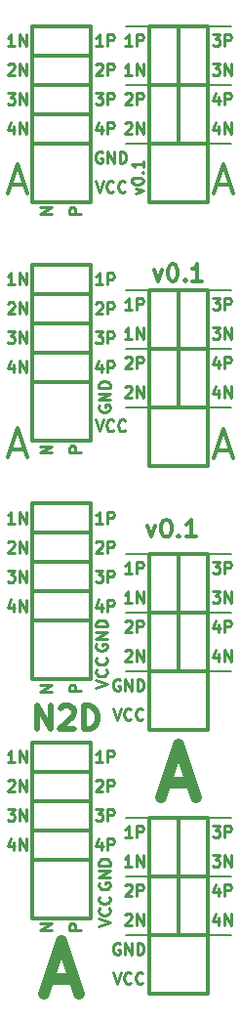
<source format=gto>
G04 #@! TF.FileFunction,Legend,Top*
%FSLAX46Y46*%
G04 Gerber Fmt 4.6, Leading zero omitted, Abs format (unit mm)*
G04 Created by KiCad (PCBNEW 4.0.4+e1-6308~48~ubuntu14.04.1-stable) date Sun Nov 27 15:18:37 2016*
%MOMM*%
%LPD*%
G01*
G04 APERTURE LIST*
%ADD10C,0.350000*%
%ADD11C,0.254000*%
%ADD12C,0.508000*%
%ADD13C,0.300000*%
%ADD14C,1.016000*%
%ADD15C,0.203200*%
%ADD16C,0.304800*%
%ADD17C,0.250000*%
G04 APERTURE END LIST*
D10*
D11*
X47077086Y-37392428D02*
X47754419Y-37150523D01*
X47077086Y-36908619D01*
X46738419Y-36328047D02*
X46738419Y-36231286D01*
X46786800Y-36134524D01*
X46835181Y-36086143D01*
X46931943Y-36037762D01*
X47125467Y-35989381D01*
X47367371Y-35989381D01*
X47560895Y-36037762D01*
X47657657Y-36086143D01*
X47706038Y-36134524D01*
X47754419Y-36231286D01*
X47754419Y-36328047D01*
X47706038Y-36424809D01*
X47657657Y-36473190D01*
X47560895Y-36521571D01*
X47367371Y-36569952D01*
X47125467Y-36569952D01*
X46931943Y-36521571D01*
X46835181Y-36473190D01*
X46786800Y-36424809D01*
X46738419Y-36328047D01*
X47657657Y-35553952D02*
X47706038Y-35505571D01*
X47754419Y-35553952D01*
X47706038Y-35602333D01*
X47657657Y-35553952D01*
X47754419Y-35553952D01*
X47754419Y-34537952D02*
X47754419Y-35118523D01*
X47754419Y-34828237D02*
X46738419Y-34828237D01*
X46883562Y-34924999D01*
X46980324Y-35021761D01*
X47028705Y-35118523D01*
D12*
X38558410Y-83799438D02*
X38558410Y-81767438D01*
X39719552Y-83799438D01*
X39719552Y-81767438D01*
X40590410Y-81960962D02*
X40687172Y-81864200D01*
X40880695Y-81767438D01*
X41364505Y-81767438D01*
X41558029Y-81864200D01*
X41654791Y-81960962D01*
X41751552Y-82154486D01*
X41751552Y-82348010D01*
X41654791Y-82638295D01*
X40493648Y-83799438D01*
X41751552Y-83799438D01*
X42622410Y-83799438D02*
X42622410Y-81767438D01*
X43106219Y-81767438D01*
X43396505Y-81864200D01*
X43590029Y-82057724D01*
X43686790Y-82251248D01*
X43783552Y-82638295D01*
X43783552Y-82928581D01*
X43686790Y-83315629D01*
X43590029Y-83509152D01*
X43396505Y-83702676D01*
X43106219Y-83799438D01*
X42622410Y-83799438D01*
D13*
X48682544Y-44001571D02*
X49039687Y-45001571D01*
X49396829Y-44001571D01*
X50253972Y-43501571D02*
X50396829Y-43501571D01*
X50539686Y-43573000D01*
X50611115Y-43644429D01*
X50682544Y-43787286D01*
X50753972Y-44073000D01*
X50753972Y-44430143D01*
X50682544Y-44715857D01*
X50611115Y-44858714D01*
X50539686Y-44930143D01*
X50396829Y-45001571D01*
X50253972Y-45001571D01*
X50111115Y-44930143D01*
X50039686Y-44858714D01*
X49968258Y-44715857D01*
X49896829Y-44430143D01*
X49896829Y-44073000D01*
X49968258Y-43787286D01*
X50039686Y-43644429D01*
X50111115Y-43573000D01*
X50253972Y-43501571D01*
X51396829Y-44858714D02*
X51468257Y-44930143D01*
X51396829Y-45001571D01*
X51325400Y-44930143D01*
X51396829Y-44858714D01*
X51396829Y-45001571D01*
X52896829Y-45001571D02*
X52039686Y-45001571D01*
X52468258Y-45001571D02*
X52468258Y-43501571D01*
X52325401Y-43715857D01*
X52182543Y-43858714D01*
X52039686Y-43930143D01*
X48123744Y-66124971D02*
X48480887Y-67124971D01*
X48838029Y-66124971D01*
X49695172Y-65624971D02*
X49838029Y-65624971D01*
X49980886Y-65696400D01*
X50052315Y-65767829D01*
X50123744Y-65910686D01*
X50195172Y-66196400D01*
X50195172Y-66553543D01*
X50123744Y-66839257D01*
X50052315Y-66982114D01*
X49980886Y-67053543D01*
X49838029Y-67124971D01*
X49695172Y-67124971D01*
X49552315Y-67053543D01*
X49480886Y-66982114D01*
X49409458Y-66839257D01*
X49338029Y-66553543D01*
X49338029Y-66196400D01*
X49409458Y-65910686D01*
X49480886Y-65767829D01*
X49552315Y-65696400D01*
X49695172Y-65624971D01*
X50838029Y-66982114D02*
X50909457Y-67053543D01*
X50838029Y-67124971D01*
X50766600Y-67053543D01*
X50838029Y-66982114D01*
X50838029Y-67124971D01*
X52338029Y-67124971D02*
X51480886Y-67124971D01*
X51909458Y-67124971D02*
X51909458Y-65624971D01*
X51766601Y-65839257D01*
X51623743Y-65982114D01*
X51480886Y-66053543D01*
D14*
X41728571Y-105410000D02*
X39551428Y-105410000D01*
X42163999Y-106716286D02*
X40639999Y-102144286D01*
X39115999Y-106716286D01*
X51939371Y-88392000D02*
X49762228Y-88392000D01*
X52374799Y-89698286D02*
X50850799Y-85126286D01*
X49326799Y-89698286D01*
D13*
X55341761Y-59605333D02*
X54132238Y-59605333D01*
X55583666Y-60331048D02*
X54737000Y-57791048D01*
X53890333Y-60331048D01*
X37485561Y-59529133D02*
X36276038Y-59529133D01*
X37727466Y-60254848D02*
X36880800Y-57714848D01*
X36034133Y-60254848D01*
X37434761Y-36618333D02*
X36225238Y-36618333D01*
X37676666Y-37344048D02*
X36830000Y-34804048D01*
X35983333Y-37344048D01*
X55341761Y-36618333D02*
X54132238Y-36618333D01*
X55583666Y-37344048D02*
X54737000Y-34804048D01*
X53890333Y-37344048D01*
D15*
X48260000Y-27940000D02*
X46228000Y-27940000D01*
D16*
X50800000Y-27940000D02*
X50800000Y-33020000D01*
X50800000Y-27940000D02*
X50800000Y-22860000D01*
X48260000Y-27940000D02*
X53340000Y-27940000D01*
X48260000Y-33020000D02*
X53340000Y-33020000D01*
X48260000Y-22860000D02*
X53340000Y-22860000D01*
X48260000Y-38100000D02*
X48260000Y-22860000D01*
X53340000Y-38100000D02*
X48260000Y-38100000D01*
X53340000Y-22860000D02*
X53340000Y-38100000D01*
D15*
X55372000Y-27940000D02*
X53340000Y-27940000D01*
X55372000Y-33020000D02*
X53340000Y-33020000D01*
X48260000Y-33020000D02*
X46228000Y-33020000D01*
X48260000Y-22860000D02*
X46228000Y-22860000D01*
X55372000Y-22860000D02*
X53340000Y-22860000D01*
X48260000Y-96520000D02*
X46228000Y-96520000D01*
D16*
X50800000Y-96520000D02*
X50800000Y-101600000D01*
X50800000Y-96520000D02*
X50800000Y-91440000D01*
X48260000Y-96520000D02*
X53340000Y-96520000D01*
X48260000Y-101600000D02*
X53340000Y-101600000D01*
X48260000Y-91440000D02*
X53340000Y-91440000D01*
X48260000Y-106680000D02*
X48260000Y-91440000D01*
X53340000Y-106680000D02*
X48260000Y-106680000D01*
X53340000Y-91440000D02*
X53340000Y-106680000D01*
D15*
X55372000Y-96520000D02*
X53340000Y-96520000D01*
X55372000Y-101600000D02*
X53340000Y-101600000D01*
X48260000Y-101600000D02*
X46228000Y-101600000D01*
X48260000Y-91440000D02*
X46228000Y-91440000D01*
X55372000Y-91440000D02*
X53340000Y-91440000D01*
X48260000Y-50800000D02*
X46228000Y-50800000D01*
D16*
X50800000Y-50800000D02*
X50800000Y-55880000D01*
X50800000Y-50800000D02*
X50800000Y-45720000D01*
X48260000Y-50800000D02*
X53340000Y-50800000D01*
X48260000Y-55880000D02*
X53340000Y-55880000D01*
X48260000Y-45720000D02*
X53340000Y-45720000D01*
X48260000Y-60960000D02*
X48260000Y-45720000D01*
X53340000Y-60960000D02*
X48260000Y-60960000D01*
X53340000Y-45720000D02*
X53340000Y-60960000D01*
D15*
X55372000Y-50800000D02*
X53340000Y-50800000D01*
X55372000Y-55880000D02*
X53340000Y-55880000D01*
X48260000Y-55880000D02*
X46228000Y-55880000D01*
X48260000Y-45720000D02*
X46228000Y-45720000D01*
X55372000Y-45720000D02*
X53340000Y-45720000D01*
X48260000Y-73660000D02*
X46228000Y-73660000D01*
D16*
X50800000Y-73660000D02*
X50800000Y-78740000D01*
X50800000Y-73660000D02*
X50800000Y-68580000D01*
X48260000Y-73660000D02*
X53340000Y-73660000D01*
X48260000Y-78740000D02*
X53340000Y-78740000D01*
X48260000Y-68580000D02*
X53340000Y-68580000D01*
X48260000Y-83820000D02*
X48260000Y-68580000D01*
X53340000Y-83820000D02*
X48260000Y-83820000D01*
X53340000Y-68580000D02*
X53340000Y-83820000D01*
D15*
X55372000Y-73660000D02*
X53340000Y-73660000D01*
X55372000Y-78740000D02*
X53340000Y-78740000D01*
X48260000Y-78740000D02*
X46228000Y-78740000D01*
X48260000Y-68580000D02*
X46228000Y-68580000D01*
X55372000Y-68580000D02*
X53340000Y-68580000D01*
D16*
X43180000Y-30480000D02*
X38100000Y-30480000D01*
X38100000Y-27940000D02*
X43180000Y-27940000D01*
X43180000Y-25400000D02*
X38100000Y-25400000D01*
X43180000Y-33020000D02*
X38100000Y-33020000D01*
X38100000Y-22860000D02*
X38100000Y-38100000D01*
X38100000Y-38100000D02*
X43180000Y-38100000D01*
X43180000Y-38100000D02*
X43180000Y-22860000D01*
X43180000Y-22860000D02*
X38100000Y-22860000D01*
X43180000Y-51168300D02*
X38100000Y-51168300D01*
X38100000Y-48628300D02*
X43180000Y-48628300D01*
X43180000Y-46088300D02*
X38100000Y-46088300D01*
X43180000Y-53708300D02*
X38100000Y-53708300D01*
X38100000Y-43548300D02*
X38100000Y-58788300D01*
X38100000Y-58788300D02*
X43180000Y-58788300D01*
X43180000Y-58788300D02*
X43180000Y-43548300D01*
X43180000Y-43548300D02*
X38100000Y-43548300D01*
X43180000Y-71856600D02*
X38100000Y-71856600D01*
X38100000Y-69316600D02*
X43180000Y-69316600D01*
X43180000Y-66776600D02*
X38100000Y-66776600D01*
X43180000Y-74396600D02*
X38100000Y-74396600D01*
X38100000Y-64236600D02*
X38100000Y-79476600D01*
X38100000Y-79476600D02*
X43180000Y-79476600D01*
X43180000Y-79476600D02*
X43180000Y-64236600D01*
X43180000Y-64236600D02*
X38100000Y-64236600D01*
X43180000Y-92544900D02*
X38100000Y-92544900D01*
X38100000Y-90004900D02*
X43180000Y-90004900D01*
X43180000Y-87464900D02*
X38100000Y-87464900D01*
X43180000Y-95084900D02*
X38100000Y-95084900D01*
X38100000Y-84924900D02*
X38100000Y-100164900D01*
X38100000Y-100164900D02*
X43180000Y-100164900D01*
X43180000Y-100164900D02*
X43180000Y-84924900D01*
X43180000Y-84924900D02*
X38100000Y-84924900D01*
D17*
X46180476Y-31297619D02*
X46228095Y-31250000D01*
X46323333Y-31202381D01*
X46561429Y-31202381D01*
X46656667Y-31250000D01*
X46704286Y-31297619D01*
X46751905Y-31392857D01*
X46751905Y-31488095D01*
X46704286Y-31630952D01*
X46132857Y-32202381D01*
X46751905Y-32202381D01*
X47180476Y-32202381D02*
X47180476Y-31202381D01*
X47751905Y-32202381D01*
X47751905Y-31202381D01*
X46204286Y-28757619D02*
X46251905Y-28710000D01*
X46347143Y-28662381D01*
X46585239Y-28662381D01*
X46680477Y-28710000D01*
X46728096Y-28757619D01*
X46775715Y-28852857D01*
X46775715Y-28948095D01*
X46728096Y-29090952D01*
X46156667Y-29662381D01*
X46775715Y-29662381D01*
X47204286Y-29662381D02*
X47204286Y-28662381D01*
X47585239Y-28662381D01*
X47680477Y-28710000D01*
X47728096Y-28757619D01*
X47775715Y-28852857D01*
X47775715Y-28995714D01*
X47728096Y-29090952D01*
X47680477Y-29138571D01*
X47585239Y-29186190D01*
X47204286Y-29186190D01*
X46751905Y-27122381D02*
X46180476Y-27122381D01*
X46466190Y-27122381D02*
X46466190Y-26122381D01*
X46370952Y-26265238D01*
X46275714Y-26360476D01*
X46180476Y-26408095D01*
X47180476Y-27122381D02*
X47180476Y-26122381D01*
X47751905Y-27122381D01*
X47751905Y-26122381D01*
X46775715Y-24582381D02*
X46204286Y-24582381D01*
X46490000Y-24582381D02*
X46490000Y-23582381D01*
X46394762Y-23725238D01*
X46299524Y-23820476D01*
X46204286Y-23868095D01*
X47204286Y-24582381D02*
X47204286Y-23582381D01*
X47585239Y-23582381D01*
X47680477Y-23630000D01*
X47728096Y-23677619D01*
X47775715Y-23772857D01*
X47775715Y-23915714D01*
X47728096Y-24010952D01*
X47680477Y-24058571D01*
X47585239Y-24106190D01*
X47204286Y-24106190D01*
X54276667Y-31535714D02*
X54276667Y-32202381D01*
X54038571Y-31154762D02*
X53800476Y-31869048D01*
X54419524Y-31869048D01*
X54800476Y-32202381D02*
X54800476Y-31202381D01*
X55371905Y-32202381D01*
X55371905Y-31202381D01*
X54300477Y-28995714D02*
X54300477Y-29662381D01*
X54062381Y-28614762D02*
X53824286Y-29329048D01*
X54443334Y-29329048D01*
X54824286Y-29662381D02*
X54824286Y-28662381D01*
X55205239Y-28662381D01*
X55300477Y-28710000D01*
X55348096Y-28757619D01*
X55395715Y-28852857D01*
X55395715Y-28995714D01*
X55348096Y-29090952D01*
X55300477Y-29138571D01*
X55205239Y-29186190D01*
X54824286Y-29186190D01*
X53752857Y-26122381D02*
X54371905Y-26122381D01*
X54038571Y-26503333D01*
X54181429Y-26503333D01*
X54276667Y-26550952D01*
X54324286Y-26598571D01*
X54371905Y-26693810D01*
X54371905Y-26931905D01*
X54324286Y-27027143D01*
X54276667Y-27074762D01*
X54181429Y-27122381D01*
X53895714Y-27122381D01*
X53800476Y-27074762D01*
X53752857Y-27027143D01*
X54800476Y-27122381D02*
X54800476Y-26122381D01*
X55371905Y-27122381D01*
X55371905Y-26122381D01*
X53776667Y-23582381D02*
X54395715Y-23582381D01*
X54062381Y-23963333D01*
X54205239Y-23963333D01*
X54300477Y-24010952D01*
X54348096Y-24058571D01*
X54395715Y-24153810D01*
X54395715Y-24391905D01*
X54348096Y-24487143D01*
X54300477Y-24534762D01*
X54205239Y-24582381D01*
X53919524Y-24582381D01*
X53824286Y-24534762D01*
X53776667Y-24487143D01*
X54824286Y-24582381D02*
X54824286Y-23582381D01*
X55205239Y-23582381D01*
X55300477Y-23630000D01*
X55348096Y-23677619D01*
X55395715Y-23772857D01*
X55395715Y-23915714D01*
X55348096Y-24010952D01*
X55300477Y-24058571D01*
X55205239Y-24106190D01*
X54824286Y-24106190D01*
X46180476Y-99877619D02*
X46228095Y-99830000D01*
X46323333Y-99782381D01*
X46561429Y-99782381D01*
X46656667Y-99830000D01*
X46704286Y-99877619D01*
X46751905Y-99972857D01*
X46751905Y-100068095D01*
X46704286Y-100210952D01*
X46132857Y-100782381D01*
X46751905Y-100782381D01*
X47180476Y-100782381D02*
X47180476Y-99782381D01*
X47751905Y-100782381D01*
X47751905Y-99782381D01*
X46204286Y-97337619D02*
X46251905Y-97290000D01*
X46347143Y-97242381D01*
X46585239Y-97242381D01*
X46680477Y-97290000D01*
X46728096Y-97337619D01*
X46775715Y-97432857D01*
X46775715Y-97528095D01*
X46728096Y-97670952D01*
X46156667Y-98242381D01*
X46775715Y-98242381D01*
X47204286Y-98242381D02*
X47204286Y-97242381D01*
X47585239Y-97242381D01*
X47680477Y-97290000D01*
X47728096Y-97337619D01*
X47775715Y-97432857D01*
X47775715Y-97575714D01*
X47728096Y-97670952D01*
X47680477Y-97718571D01*
X47585239Y-97766190D01*
X47204286Y-97766190D01*
X46751905Y-95702381D02*
X46180476Y-95702381D01*
X46466190Y-95702381D02*
X46466190Y-94702381D01*
X46370952Y-94845238D01*
X46275714Y-94940476D01*
X46180476Y-94988095D01*
X47180476Y-95702381D02*
X47180476Y-94702381D01*
X47751905Y-95702381D01*
X47751905Y-94702381D01*
X46775715Y-93162381D02*
X46204286Y-93162381D01*
X46490000Y-93162381D02*
X46490000Y-92162381D01*
X46394762Y-92305238D01*
X46299524Y-92400476D01*
X46204286Y-92448095D01*
X47204286Y-93162381D02*
X47204286Y-92162381D01*
X47585239Y-92162381D01*
X47680477Y-92210000D01*
X47728096Y-92257619D01*
X47775715Y-92352857D01*
X47775715Y-92495714D01*
X47728096Y-92590952D01*
X47680477Y-92638571D01*
X47585239Y-92686190D01*
X47204286Y-92686190D01*
X54276667Y-100115714D02*
X54276667Y-100782381D01*
X54038571Y-99734762D02*
X53800476Y-100449048D01*
X54419524Y-100449048D01*
X54800476Y-100782381D02*
X54800476Y-99782381D01*
X55371905Y-100782381D01*
X55371905Y-99782381D01*
X54300477Y-97575714D02*
X54300477Y-98242381D01*
X54062381Y-97194762D02*
X53824286Y-97909048D01*
X54443334Y-97909048D01*
X54824286Y-98242381D02*
X54824286Y-97242381D01*
X55205239Y-97242381D01*
X55300477Y-97290000D01*
X55348096Y-97337619D01*
X55395715Y-97432857D01*
X55395715Y-97575714D01*
X55348096Y-97670952D01*
X55300477Y-97718571D01*
X55205239Y-97766190D01*
X54824286Y-97766190D01*
X53752857Y-94702381D02*
X54371905Y-94702381D01*
X54038571Y-95083333D01*
X54181429Y-95083333D01*
X54276667Y-95130952D01*
X54324286Y-95178571D01*
X54371905Y-95273810D01*
X54371905Y-95511905D01*
X54324286Y-95607143D01*
X54276667Y-95654762D01*
X54181429Y-95702381D01*
X53895714Y-95702381D01*
X53800476Y-95654762D01*
X53752857Y-95607143D01*
X54800476Y-95702381D02*
X54800476Y-94702381D01*
X55371905Y-95702381D01*
X55371905Y-94702381D01*
X53776667Y-92162381D02*
X54395715Y-92162381D01*
X54062381Y-92543333D01*
X54205239Y-92543333D01*
X54300477Y-92590952D01*
X54348096Y-92638571D01*
X54395715Y-92733810D01*
X54395715Y-92971905D01*
X54348096Y-93067143D01*
X54300477Y-93114762D01*
X54205239Y-93162381D01*
X53919524Y-93162381D01*
X53824286Y-93114762D01*
X53776667Y-93067143D01*
X54824286Y-93162381D02*
X54824286Y-92162381D01*
X55205239Y-92162381D01*
X55300477Y-92210000D01*
X55348096Y-92257619D01*
X55395715Y-92352857D01*
X55395715Y-92495714D01*
X55348096Y-92590952D01*
X55300477Y-92638571D01*
X55205239Y-92686190D01*
X54824286Y-92686190D01*
X45720096Y-102370000D02*
X45624858Y-102322381D01*
X45482001Y-102322381D01*
X45339143Y-102370000D01*
X45243905Y-102465238D01*
X45196286Y-102560476D01*
X45148667Y-102750952D01*
X45148667Y-102893810D01*
X45196286Y-103084286D01*
X45243905Y-103179524D01*
X45339143Y-103274762D01*
X45482001Y-103322381D01*
X45577239Y-103322381D01*
X45720096Y-103274762D01*
X45767715Y-103227143D01*
X45767715Y-102893810D01*
X45577239Y-102893810D01*
X46196286Y-103322381D02*
X46196286Y-102322381D01*
X46767715Y-103322381D01*
X46767715Y-102322381D01*
X47243905Y-103322381D02*
X47243905Y-102322381D01*
X47482000Y-102322381D01*
X47624858Y-102370000D01*
X47720096Y-102465238D01*
X47767715Y-102560476D01*
X47815334Y-102750952D01*
X47815334Y-102893810D01*
X47767715Y-103084286D01*
X47720096Y-103179524D01*
X47624858Y-103274762D01*
X47482000Y-103322381D01*
X47243905Y-103322381D01*
X45148667Y-104862381D02*
X45482000Y-105862381D01*
X45815334Y-104862381D01*
X46720096Y-105767143D02*
X46672477Y-105814762D01*
X46529620Y-105862381D01*
X46434382Y-105862381D01*
X46291524Y-105814762D01*
X46196286Y-105719524D01*
X46148667Y-105624286D01*
X46101048Y-105433810D01*
X46101048Y-105290952D01*
X46148667Y-105100476D01*
X46196286Y-105005238D01*
X46291524Y-104910000D01*
X46434382Y-104862381D01*
X46529620Y-104862381D01*
X46672477Y-104910000D01*
X46720096Y-104957619D01*
X47720096Y-105767143D02*
X47672477Y-105814762D01*
X47529620Y-105862381D01*
X47434382Y-105862381D01*
X47291524Y-105814762D01*
X47196286Y-105719524D01*
X47148667Y-105624286D01*
X47101048Y-105433810D01*
X47101048Y-105290952D01*
X47148667Y-105100476D01*
X47196286Y-105005238D01*
X47291524Y-104910000D01*
X47434382Y-104862381D01*
X47529620Y-104862381D01*
X47672477Y-104910000D01*
X47720096Y-104957619D01*
X46180476Y-54157619D02*
X46228095Y-54110000D01*
X46323333Y-54062381D01*
X46561429Y-54062381D01*
X46656667Y-54110000D01*
X46704286Y-54157619D01*
X46751905Y-54252857D01*
X46751905Y-54348095D01*
X46704286Y-54490952D01*
X46132857Y-55062381D01*
X46751905Y-55062381D01*
X47180476Y-55062381D02*
X47180476Y-54062381D01*
X47751905Y-55062381D01*
X47751905Y-54062381D01*
X46204286Y-51617619D02*
X46251905Y-51570000D01*
X46347143Y-51522381D01*
X46585239Y-51522381D01*
X46680477Y-51570000D01*
X46728096Y-51617619D01*
X46775715Y-51712857D01*
X46775715Y-51808095D01*
X46728096Y-51950952D01*
X46156667Y-52522381D01*
X46775715Y-52522381D01*
X47204286Y-52522381D02*
X47204286Y-51522381D01*
X47585239Y-51522381D01*
X47680477Y-51570000D01*
X47728096Y-51617619D01*
X47775715Y-51712857D01*
X47775715Y-51855714D01*
X47728096Y-51950952D01*
X47680477Y-51998571D01*
X47585239Y-52046190D01*
X47204286Y-52046190D01*
X46751905Y-49982381D02*
X46180476Y-49982381D01*
X46466190Y-49982381D02*
X46466190Y-48982381D01*
X46370952Y-49125238D01*
X46275714Y-49220476D01*
X46180476Y-49268095D01*
X47180476Y-49982381D02*
X47180476Y-48982381D01*
X47751905Y-49982381D01*
X47751905Y-48982381D01*
X46775715Y-47442381D02*
X46204286Y-47442381D01*
X46490000Y-47442381D02*
X46490000Y-46442381D01*
X46394762Y-46585238D01*
X46299524Y-46680476D01*
X46204286Y-46728095D01*
X47204286Y-47442381D02*
X47204286Y-46442381D01*
X47585239Y-46442381D01*
X47680477Y-46490000D01*
X47728096Y-46537619D01*
X47775715Y-46632857D01*
X47775715Y-46775714D01*
X47728096Y-46870952D01*
X47680477Y-46918571D01*
X47585239Y-46966190D01*
X47204286Y-46966190D01*
X54276667Y-54395714D02*
X54276667Y-55062381D01*
X54038571Y-54014762D02*
X53800476Y-54729048D01*
X54419524Y-54729048D01*
X54800476Y-55062381D02*
X54800476Y-54062381D01*
X55371905Y-55062381D01*
X55371905Y-54062381D01*
X54300477Y-51855714D02*
X54300477Y-52522381D01*
X54062381Y-51474762D02*
X53824286Y-52189048D01*
X54443334Y-52189048D01*
X54824286Y-52522381D02*
X54824286Y-51522381D01*
X55205239Y-51522381D01*
X55300477Y-51570000D01*
X55348096Y-51617619D01*
X55395715Y-51712857D01*
X55395715Y-51855714D01*
X55348096Y-51950952D01*
X55300477Y-51998571D01*
X55205239Y-52046190D01*
X54824286Y-52046190D01*
X53752857Y-48982381D02*
X54371905Y-48982381D01*
X54038571Y-49363333D01*
X54181429Y-49363333D01*
X54276667Y-49410952D01*
X54324286Y-49458571D01*
X54371905Y-49553810D01*
X54371905Y-49791905D01*
X54324286Y-49887143D01*
X54276667Y-49934762D01*
X54181429Y-49982381D01*
X53895714Y-49982381D01*
X53800476Y-49934762D01*
X53752857Y-49887143D01*
X54800476Y-49982381D02*
X54800476Y-48982381D01*
X55371905Y-49982381D01*
X55371905Y-48982381D01*
X53776667Y-46442381D02*
X54395715Y-46442381D01*
X54062381Y-46823333D01*
X54205239Y-46823333D01*
X54300477Y-46870952D01*
X54348096Y-46918571D01*
X54395715Y-47013810D01*
X54395715Y-47251905D01*
X54348096Y-47347143D01*
X54300477Y-47394762D01*
X54205239Y-47442381D01*
X53919524Y-47442381D01*
X53824286Y-47394762D01*
X53776667Y-47347143D01*
X54824286Y-47442381D02*
X54824286Y-46442381D01*
X55205239Y-46442381D01*
X55300477Y-46490000D01*
X55348096Y-46537619D01*
X55395715Y-46632857D01*
X55395715Y-46775714D01*
X55348096Y-46870952D01*
X55300477Y-46918571D01*
X55205239Y-46966190D01*
X54824286Y-46966190D01*
X46180476Y-77017619D02*
X46228095Y-76970000D01*
X46323333Y-76922381D01*
X46561429Y-76922381D01*
X46656667Y-76970000D01*
X46704286Y-77017619D01*
X46751905Y-77112857D01*
X46751905Y-77208095D01*
X46704286Y-77350952D01*
X46132857Y-77922381D01*
X46751905Y-77922381D01*
X47180476Y-77922381D02*
X47180476Y-76922381D01*
X47751905Y-77922381D01*
X47751905Y-76922381D01*
X46204286Y-74477619D02*
X46251905Y-74430000D01*
X46347143Y-74382381D01*
X46585239Y-74382381D01*
X46680477Y-74430000D01*
X46728096Y-74477619D01*
X46775715Y-74572857D01*
X46775715Y-74668095D01*
X46728096Y-74810952D01*
X46156667Y-75382381D01*
X46775715Y-75382381D01*
X47204286Y-75382381D02*
X47204286Y-74382381D01*
X47585239Y-74382381D01*
X47680477Y-74430000D01*
X47728096Y-74477619D01*
X47775715Y-74572857D01*
X47775715Y-74715714D01*
X47728096Y-74810952D01*
X47680477Y-74858571D01*
X47585239Y-74906190D01*
X47204286Y-74906190D01*
X46751905Y-72842381D02*
X46180476Y-72842381D01*
X46466190Y-72842381D02*
X46466190Y-71842381D01*
X46370952Y-71985238D01*
X46275714Y-72080476D01*
X46180476Y-72128095D01*
X47180476Y-72842381D02*
X47180476Y-71842381D01*
X47751905Y-72842381D01*
X47751905Y-71842381D01*
X46775715Y-70302381D02*
X46204286Y-70302381D01*
X46490000Y-70302381D02*
X46490000Y-69302381D01*
X46394762Y-69445238D01*
X46299524Y-69540476D01*
X46204286Y-69588095D01*
X47204286Y-70302381D02*
X47204286Y-69302381D01*
X47585239Y-69302381D01*
X47680477Y-69350000D01*
X47728096Y-69397619D01*
X47775715Y-69492857D01*
X47775715Y-69635714D01*
X47728096Y-69730952D01*
X47680477Y-69778571D01*
X47585239Y-69826190D01*
X47204286Y-69826190D01*
X54276667Y-77255714D02*
X54276667Y-77922381D01*
X54038571Y-76874762D02*
X53800476Y-77589048D01*
X54419524Y-77589048D01*
X54800476Y-77922381D02*
X54800476Y-76922381D01*
X55371905Y-77922381D01*
X55371905Y-76922381D01*
X54300477Y-74715714D02*
X54300477Y-75382381D01*
X54062381Y-74334762D02*
X53824286Y-75049048D01*
X54443334Y-75049048D01*
X54824286Y-75382381D02*
X54824286Y-74382381D01*
X55205239Y-74382381D01*
X55300477Y-74430000D01*
X55348096Y-74477619D01*
X55395715Y-74572857D01*
X55395715Y-74715714D01*
X55348096Y-74810952D01*
X55300477Y-74858571D01*
X55205239Y-74906190D01*
X54824286Y-74906190D01*
X53752857Y-71842381D02*
X54371905Y-71842381D01*
X54038571Y-72223333D01*
X54181429Y-72223333D01*
X54276667Y-72270952D01*
X54324286Y-72318571D01*
X54371905Y-72413810D01*
X54371905Y-72651905D01*
X54324286Y-72747143D01*
X54276667Y-72794762D01*
X54181429Y-72842381D01*
X53895714Y-72842381D01*
X53800476Y-72794762D01*
X53752857Y-72747143D01*
X54800476Y-72842381D02*
X54800476Y-71842381D01*
X55371905Y-72842381D01*
X55371905Y-71842381D01*
X53776667Y-69302381D02*
X54395715Y-69302381D01*
X54062381Y-69683333D01*
X54205239Y-69683333D01*
X54300477Y-69730952D01*
X54348096Y-69778571D01*
X54395715Y-69873810D01*
X54395715Y-70111905D01*
X54348096Y-70207143D01*
X54300477Y-70254762D01*
X54205239Y-70302381D01*
X53919524Y-70302381D01*
X53824286Y-70254762D01*
X53776667Y-70207143D01*
X54824286Y-70302381D02*
X54824286Y-69302381D01*
X55205239Y-69302381D01*
X55300477Y-69350000D01*
X55348096Y-69397619D01*
X55395715Y-69492857D01*
X55395715Y-69635714D01*
X55348096Y-69730952D01*
X55300477Y-69778571D01*
X55205239Y-69826190D01*
X54824286Y-69826190D01*
X45720096Y-79510000D02*
X45624858Y-79462381D01*
X45482001Y-79462381D01*
X45339143Y-79510000D01*
X45243905Y-79605238D01*
X45196286Y-79700476D01*
X45148667Y-79890952D01*
X45148667Y-80033810D01*
X45196286Y-80224286D01*
X45243905Y-80319524D01*
X45339143Y-80414762D01*
X45482001Y-80462381D01*
X45577239Y-80462381D01*
X45720096Y-80414762D01*
X45767715Y-80367143D01*
X45767715Y-80033810D01*
X45577239Y-80033810D01*
X46196286Y-80462381D02*
X46196286Y-79462381D01*
X46767715Y-80462381D01*
X46767715Y-79462381D01*
X47243905Y-80462381D02*
X47243905Y-79462381D01*
X47482000Y-79462381D01*
X47624858Y-79510000D01*
X47720096Y-79605238D01*
X47767715Y-79700476D01*
X47815334Y-79890952D01*
X47815334Y-80033810D01*
X47767715Y-80224286D01*
X47720096Y-80319524D01*
X47624858Y-80414762D01*
X47482000Y-80462381D01*
X47243905Y-80462381D01*
X45148667Y-82002381D02*
X45482000Y-83002381D01*
X45815334Y-82002381D01*
X46720096Y-82907143D02*
X46672477Y-82954762D01*
X46529620Y-83002381D01*
X46434382Y-83002381D01*
X46291524Y-82954762D01*
X46196286Y-82859524D01*
X46148667Y-82764286D01*
X46101048Y-82573810D01*
X46101048Y-82430952D01*
X46148667Y-82240476D01*
X46196286Y-82145238D01*
X46291524Y-82050000D01*
X46434382Y-82002381D01*
X46529620Y-82002381D01*
X46672477Y-82050000D01*
X46720096Y-82097619D01*
X47720096Y-82907143D02*
X47672477Y-82954762D01*
X47529620Y-83002381D01*
X47434382Y-83002381D01*
X47291524Y-82954762D01*
X47196286Y-82859524D01*
X47148667Y-82764286D01*
X47101048Y-82573810D01*
X47101048Y-82430952D01*
X47148667Y-82240476D01*
X47196286Y-82145238D01*
X47291524Y-82050000D01*
X47434382Y-82002381D01*
X47529620Y-82002381D01*
X47672477Y-82050000D01*
X47720096Y-82097619D01*
X36496667Y-31535714D02*
X36496667Y-32202381D01*
X36258571Y-31154762D02*
X36020476Y-31869048D01*
X36639524Y-31869048D01*
X37020476Y-32202381D02*
X37020476Y-31202381D01*
X37591905Y-32202381D01*
X37591905Y-31202381D01*
X35972857Y-28662381D02*
X36591905Y-28662381D01*
X36258571Y-29043333D01*
X36401429Y-29043333D01*
X36496667Y-29090952D01*
X36544286Y-29138571D01*
X36591905Y-29233810D01*
X36591905Y-29471905D01*
X36544286Y-29567143D01*
X36496667Y-29614762D01*
X36401429Y-29662381D01*
X36115714Y-29662381D01*
X36020476Y-29614762D01*
X35972857Y-29567143D01*
X37020476Y-29662381D02*
X37020476Y-28662381D01*
X37591905Y-29662381D01*
X37591905Y-28662381D01*
X36020476Y-26217619D02*
X36068095Y-26170000D01*
X36163333Y-26122381D01*
X36401429Y-26122381D01*
X36496667Y-26170000D01*
X36544286Y-26217619D01*
X36591905Y-26312857D01*
X36591905Y-26408095D01*
X36544286Y-26550952D01*
X35972857Y-27122381D01*
X36591905Y-27122381D01*
X37020476Y-27122381D02*
X37020476Y-26122381D01*
X37591905Y-27122381D01*
X37591905Y-26122381D01*
X36591905Y-24582381D02*
X36020476Y-24582381D01*
X36306190Y-24582381D02*
X36306190Y-23582381D01*
X36210952Y-23725238D01*
X36115714Y-23820476D01*
X36020476Y-23868095D01*
X37020476Y-24582381D02*
X37020476Y-23582381D01*
X37591905Y-24582381D01*
X37591905Y-23582381D01*
X44140477Y-31535714D02*
X44140477Y-32202381D01*
X43902381Y-31154762D02*
X43664286Y-31869048D01*
X44283334Y-31869048D01*
X44664286Y-32202381D02*
X44664286Y-31202381D01*
X45045239Y-31202381D01*
X45140477Y-31250000D01*
X45188096Y-31297619D01*
X45235715Y-31392857D01*
X45235715Y-31535714D01*
X45188096Y-31630952D01*
X45140477Y-31678571D01*
X45045239Y-31726190D01*
X44664286Y-31726190D01*
X43616667Y-28662381D02*
X44235715Y-28662381D01*
X43902381Y-29043333D01*
X44045239Y-29043333D01*
X44140477Y-29090952D01*
X44188096Y-29138571D01*
X44235715Y-29233810D01*
X44235715Y-29471905D01*
X44188096Y-29567143D01*
X44140477Y-29614762D01*
X44045239Y-29662381D01*
X43759524Y-29662381D01*
X43664286Y-29614762D01*
X43616667Y-29567143D01*
X44664286Y-29662381D02*
X44664286Y-28662381D01*
X45045239Y-28662381D01*
X45140477Y-28710000D01*
X45188096Y-28757619D01*
X45235715Y-28852857D01*
X45235715Y-28995714D01*
X45188096Y-29090952D01*
X45140477Y-29138571D01*
X45045239Y-29186190D01*
X44664286Y-29186190D01*
X43664286Y-26217619D02*
X43711905Y-26170000D01*
X43807143Y-26122381D01*
X44045239Y-26122381D01*
X44140477Y-26170000D01*
X44188096Y-26217619D01*
X44235715Y-26312857D01*
X44235715Y-26408095D01*
X44188096Y-26550952D01*
X43616667Y-27122381D01*
X44235715Y-27122381D01*
X44664286Y-27122381D02*
X44664286Y-26122381D01*
X45045239Y-26122381D01*
X45140477Y-26170000D01*
X45188096Y-26217619D01*
X45235715Y-26312857D01*
X45235715Y-26455714D01*
X45188096Y-26550952D01*
X45140477Y-26598571D01*
X45045239Y-26646190D01*
X44664286Y-26646190D01*
X39822381Y-39147714D02*
X38822381Y-39147714D01*
X39822381Y-38576285D01*
X38822381Y-38576285D01*
X42362381Y-39123905D02*
X41362381Y-39123905D01*
X41362381Y-38742952D01*
X41410000Y-38647714D01*
X41457619Y-38600095D01*
X41552857Y-38552476D01*
X41695714Y-38552476D01*
X41790952Y-38600095D01*
X41838571Y-38647714D01*
X41886190Y-38742952D01*
X41886190Y-39123905D01*
X43624667Y-36282381D02*
X43958000Y-37282381D01*
X44291334Y-36282381D01*
X45196096Y-37187143D02*
X45148477Y-37234762D01*
X45005620Y-37282381D01*
X44910382Y-37282381D01*
X44767524Y-37234762D01*
X44672286Y-37139524D01*
X44624667Y-37044286D01*
X44577048Y-36853810D01*
X44577048Y-36710952D01*
X44624667Y-36520476D01*
X44672286Y-36425238D01*
X44767524Y-36330000D01*
X44910382Y-36282381D01*
X45005620Y-36282381D01*
X45148477Y-36330000D01*
X45196096Y-36377619D01*
X46196096Y-37187143D02*
X46148477Y-37234762D01*
X46005620Y-37282381D01*
X45910382Y-37282381D01*
X45767524Y-37234762D01*
X45672286Y-37139524D01*
X45624667Y-37044286D01*
X45577048Y-36853810D01*
X45577048Y-36710952D01*
X45624667Y-36520476D01*
X45672286Y-36425238D01*
X45767524Y-36330000D01*
X45910382Y-36282381D01*
X46005620Y-36282381D01*
X46148477Y-36330000D01*
X46196096Y-36377619D01*
X44196096Y-33790000D02*
X44100858Y-33742381D01*
X43958001Y-33742381D01*
X43815143Y-33790000D01*
X43719905Y-33885238D01*
X43672286Y-33980476D01*
X43624667Y-34170952D01*
X43624667Y-34313810D01*
X43672286Y-34504286D01*
X43719905Y-34599524D01*
X43815143Y-34694762D01*
X43958001Y-34742381D01*
X44053239Y-34742381D01*
X44196096Y-34694762D01*
X44243715Y-34647143D01*
X44243715Y-34313810D01*
X44053239Y-34313810D01*
X44672286Y-34742381D02*
X44672286Y-33742381D01*
X45243715Y-34742381D01*
X45243715Y-33742381D01*
X45719905Y-34742381D02*
X45719905Y-33742381D01*
X45958000Y-33742381D01*
X46100858Y-33790000D01*
X46196096Y-33885238D01*
X46243715Y-33980476D01*
X46291334Y-34170952D01*
X46291334Y-34313810D01*
X46243715Y-34504286D01*
X46196096Y-34599524D01*
X46100858Y-34694762D01*
X45958000Y-34742381D01*
X45719905Y-34742381D01*
X44235715Y-24582381D02*
X43664286Y-24582381D01*
X43950000Y-24582381D02*
X43950000Y-23582381D01*
X43854762Y-23725238D01*
X43759524Y-23820476D01*
X43664286Y-23868095D01*
X44664286Y-24582381D02*
X44664286Y-23582381D01*
X45045239Y-23582381D01*
X45140477Y-23630000D01*
X45188096Y-23677619D01*
X45235715Y-23772857D01*
X45235715Y-23915714D01*
X45188096Y-24010952D01*
X45140477Y-24058571D01*
X45045239Y-24106190D01*
X44664286Y-24106190D01*
X36496667Y-52224014D02*
X36496667Y-52890681D01*
X36258571Y-51843062D02*
X36020476Y-52557348D01*
X36639524Y-52557348D01*
X37020476Y-52890681D02*
X37020476Y-51890681D01*
X37591905Y-52890681D01*
X37591905Y-51890681D01*
X35972857Y-49350681D02*
X36591905Y-49350681D01*
X36258571Y-49731633D01*
X36401429Y-49731633D01*
X36496667Y-49779252D01*
X36544286Y-49826871D01*
X36591905Y-49922110D01*
X36591905Y-50160205D01*
X36544286Y-50255443D01*
X36496667Y-50303062D01*
X36401429Y-50350681D01*
X36115714Y-50350681D01*
X36020476Y-50303062D01*
X35972857Y-50255443D01*
X37020476Y-50350681D02*
X37020476Y-49350681D01*
X37591905Y-50350681D01*
X37591905Y-49350681D01*
X36020476Y-46905919D02*
X36068095Y-46858300D01*
X36163333Y-46810681D01*
X36401429Y-46810681D01*
X36496667Y-46858300D01*
X36544286Y-46905919D01*
X36591905Y-47001157D01*
X36591905Y-47096395D01*
X36544286Y-47239252D01*
X35972857Y-47810681D01*
X36591905Y-47810681D01*
X37020476Y-47810681D02*
X37020476Y-46810681D01*
X37591905Y-47810681D01*
X37591905Y-46810681D01*
X36591905Y-45270681D02*
X36020476Y-45270681D01*
X36306190Y-45270681D02*
X36306190Y-44270681D01*
X36210952Y-44413538D01*
X36115714Y-44508776D01*
X36020476Y-44556395D01*
X37020476Y-45270681D02*
X37020476Y-44270681D01*
X37591905Y-45270681D01*
X37591905Y-44270681D01*
X44140477Y-52224014D02*
X44140477Y-52890681D01*
X43902381Y-51843062D02*
X43664286Y-52557348D01*
X44283334Y-52557348D01*
X44664286Y-52890681D02*
X44664286Y-51890681D01*
X45045239Y-51890681D01*
X45140477Y-51938300D01*
X45188096Y-51985919D01*
X45235715Y-52081157D01*
X45235715Y-52224014D01*
X45188096Y-52319252D01*
X45140477Y-52366871D01*
X45045239Y-52414490D01*
X44664286Y-52414490D01*
X43616667Y-49350681D02*
X44235715Y-49350681D01*
X43902381Y-49731633D01*
X44045239Y-49731633D01*
X44140477Y-49779252D01*
X44188096Y-49826871D01*
X44235715Y-49922110D01*
X44235715Y-50160205D01*
X44188096Y-50255443D01*
X44140477Y-50303062D01*
X44045239Y-50350681D01*
X43759524Y-50350681D01*
X43664286Y-50303062D01*
X43616667Y-50255443D01*
X44664286Y-50350681D02*
X44664286Y-49350681D01*
X45045239Y-49350681D01*
X45140477Y-49398300D01*
X45188096Y-49445919D01*
X45235715Y-49541157D01*
X45235715Y-49684014D01*
X45188096Y-49779252D01*
X45140477Y-49826871D01*
X45045239Y-49874490D01*
X44664286Y-49874490D01*
X43664286Y-46905919D02*
X43711905Y-46858300D01*
X43807143Y-46810681D01*
X44045239Y-46810681D01*
X44140477Y-46858300D01*
X44188096Y-46905919D01*
X44235715Y-47001157D01*
X44235715Y-47096395D01*
X44188096Y-47239252D01*
X43616667Y-47810681D01*
X44235715Y-47810681D01*
X44664286Y-47810681D02*
X44664286Y-46810681D01*
X45045239Y-46810681D01*
X45140477Y-46858300D01*
X45188096Y-46905919D01*
X45235715Y-47001157D01*
X45235715Y-47144014D01*
X45188096Y-47239252D01*
X45140477Y-47286871D01*
X45045239Y-47334490D01*
X44664286Y-47334490D01*
X39822381Y-59836014D02*
X38822381Y-59836014D01*
X39822381Y-59264585D01*
X38822381Y-59264585D01*
X42362381Y-59812205D02*
X41362381Y-59812205D01*
X41362381Y-59431252D01*
X41410000Y-59336014D01*
X41457619Y-59288395D01*
X41552857Y-59240776D01*
X41695714Y-59240776D01*
X41790952Y-59288395D01*
X41838571Y-59336014D01*
X41886190Y-59431252D01*
X41886190Y-59812205D01*
X43624667Y-56970681D02*
X43958000Y-57970681D01*
X44291334Y-56970681D01*
X45196096Y-57875443D02*
X45148477Y-57923062D01*
X45005620Y-57970681D01*
X44910382Y-57970681D01*
X44767524Y-57923062D01*
X44672286Y-57827824D01*
X44624667Y-57732586D01*
X44577048Y-57542110D01*
X44577048Y-57399252D01*
X44624667Y-57208776D01*
X44672286Y-57113538D01*
X44767524Y-57018300D01*
X44910382Y-56970681D01*
X45005620Y-56970681D01*
X45148477Y-57018300D01*
X45196096Y-57065919D01*
X46196096Y-57875443D02*
X46148477Y-57923062D01*
X46005620Y-57970681D01*
X45910382Y-57970681D01*
X45767524Y-57923062D01*
X45672286Y-57827824D01*
X45624667Y-57732586D01*
X45577048Y-57542110D01*
X45577048Y-57399252D01*
X45624667Y-57208776D01*
X45672286Y-57113538D01*
X45767524Y-57018300D01*
X45910382Y-56970681D01*
X46005620Y-56970681D01*
X46148477Y-57018300D01*
X46196096Y-57065919D01*
X43950000Y-55740204D02*
X43902381Y-55835442D01*
X43902381Y-55978299D01*
X43950000Y-56121157D01*
X44045238Y-56216395D01*
X44140476Y-56264014D01*
X44330952Y-56311633D01*
X44473810Y-56311633D01*
X44664286Y-56264014D01*
X44759524Y-56216395D01*
X44854762Y-56121157D01*
X44902381Y-55978299D01*
X44902381Y-55883061D01*
X44854762Y-55740204D01*
X44807143Y-55692585D01*
X44473810Y-55692585D01*
X44473810Y-55883061D01*
X44902381Y-55264014D02*
X43902381Y-55264014D01*
X44902381Y-54692585D01*
X43902381Y-54692585D01*
X44902381Y-54216395D02*
X43902381Y-54216395D01*
X43902381Y-53978300D01*
X43950000Y-53835442D01*
X44045238Y-53740204D01*
X44140476Y-53692585D01*
X44330952Y-53644966D01*
X44473810Y-53644966D01*
X44664286Y-53692585D01*
X44759524Y-53740204D01*
X44854762Y-53835442D01*
X44902381Y-53978300D01*
X44902381Y-54216395D01*
X44235715Y-45270681D02*
X43664286Y-45270681D01*
X43950000Y-45270681D02*
X43950000Y-44270681D01*
X43854762Y-44413538D01*
X43759524Y-44508776D01*
X43664286Y-44556395D01*
X44664286Y-45270681D02*
X44664286Y-44270681D01*
X45045239Y-44270681D01*
X45140477Y-44318300D01*
X45188096Y-44365919D01*
X45235715Y-44461157D01*
X45235715Y-44604014D01*
X45188096Y-44699252D01*
X45140477Y-44746871D01*
X45045239Y-44794490D01*
X44664286Y-44794490D01*
X36496667Y-72912314D02*
X36496667Y-73578981D01*
X36258571Y-72531362D02*
X36020476Y-73245648D01*
X36639524Y-73245648D01*
X37020476Y-73578981D02*
X37020476Y-72578981D01*
X37591905Y-73578981D01*
X37591905Y-72578981D01*
X35972857Y-70038981D02*
X36591905Y-70038981D01*
X36258571Y-70419933D01*
X36401429Y-70419933D01*
X36496667Y-70467552D01*
X36544286Y-70515171D01*
X36591905Y-70610410D01*
X36591905Y-70848505D01*
X36544286Y-70943743D01*
X36496667Y-70991362D01*
X36401429Y-71038981D01*
X36115714Y-71038981D01*
X36020476Y-70991362D01*
X35972857Y-70943743D01*
X37020476Y-71038981D02*
X37020476Y-70038981D01*
X37591905Y-71038981D01*
X37591905Y-70038981D01*
X36020476Y-67594219D02*
X36068095Y-67546600D01*
X36163333Y-67498981D01*
X36401429Y-67498981D01*
X36496667Y-67546600D01*
X36544286Y-67594219D01*
X36591905Y-67689457D01*
X36591905Y-67784695D01*
X36544286Y-67927552D01*
X35972857Y-68498981D01*
X36591905Y-68498981D01*
X37020476Y-68498981D02*
X37020476Y-67498981D01*
X37591905Y-68498981D01*
X37591905Y-67498981D01*
X36591905Y-65958981D02*
X36020476Y-65958981D01*
X36306190Y-65958981D02*
X36306190Y-64958981D01*
X36210952Y-65101838D01*
X36115714Y-65197076D01*
X36020476Y-65244695D01*
X37020476Y-65958981D02*
X37020476Y-64958981D01*
X37591905Y-65958981D01*
X37591905Y-64958981D01*
X44140477Y-72912314D02*
X44140477Y-73578981D01*
X43902381Y-72531362D02*
X43664286Y-73245648D01*
X44283334Y-73245648D01*
X44664286Y-73578981D02*
X44664286Y-72578981D01*
X45045239Y-72578981D01*
X45140477Y-72626600D01*
X45188096Y-72674219D01*
X45235715Y-72769457D01*
X45235715Y-72912314D01*
X45188096Y-73007552D01*
X45140477Y-73055171D01*
X45045239Y-73102790D01*
X44664286Y-73102790D01*
X43616667Y-70038981D02*
X44235715Y-70038981D01*
X43902381Y-70419933D01*
X44045239Y-70419933D01*
X44140477Y-70467552D01*
X44188096Y-70515171D01*
X44235715Y-70610410D01*
X44235715Y-70848505D01*
X44188096Y-70943743D01*
X44140477Y-70991362D01*
X44045239Y-71038981D01*
X43759524Y-71038981D01*
X43664286Y-70991362D01*
X43616667Y-70943743D01*
X44664286Y-71038981D02*
X44664286Y-70038981D01*
X45045239Y-70038981D01*
X45140477Y-70086600D01*
X45188096Y-70134219D01*
X45235715Y-70229457D01*
X45235715Y-70372314D01*
X45188096Y-70467552D01*
X45140477Y-70515171D01*
X45045239Y-70562790D01*
X44664286Y-70562790D01*
X43664286Y-67594219D02*
X43711905Y-67546600D01*
X43807143Y-67498981D01*
X44045239Y-67498981D01*
X44140477Y-67546600D01*
X44188096Y-67594219D01*
X44235715Y-67689457D01*
X44235715Y-67784695D01*
X44188096Y-67927552D01*
X43616667Y-68498981D01*
X44235715Y-68498981D01*
X44664286Y-68498981D02*
X44664286Y-67498981D01*
X45045239Y-67498981D01*
X45140477Y-67546600D01*
X45188096Y-67594219D01*
X45235715Y-67689457D01*
X45235715Y-67832314D01*
X45188096Y-67927552D01*
X45140477Y-67975171D01*
X45045239Y-68022790D01*
X44664286Y-68022790D01*
X39822381Y-80524314D02*
X38822381Y-80524314D01*
X39822381Y-79952885D01*
X38822381Y-79952885D01*
X42362381Y-80500505D02*
X41362381Y-80500505D01*
X41362381Y-80119552D01*
X41410000Y-80024314D01*
X41457619Y-79976695D01*
X41552857Y-79929076D01*
X41695714Y-79929076D01*
X41790952Y-79976695D01*
X41838571Y-80024314D01*
X41886190Y-80119552D01*
X41886190Y-80500505D01*
X43648381Y-80174933D02*
X44648381Y-79841600D01*
X43648381Y-79508266D01*
X44553143Y-78603504D02*
X44600762Y-78651123D01*
X44648381Y-78793980D01*
X44648381Y-78889218D01*
X44600762Y-79032076D01*
X44505524Y-79127314D01*
X44410286Y-79174933D01*
X44219810Y-79222552D01*
X44076952Y-79222552D01*
X43886476Y-79174933D01*
X43791238Y-79127314D01*
X43696000Y-79032076D01*
X43648381Y-78889218D01*
X43648381Y-78793980D01*
X43696000Y-78651123D01*
X43743619Y-78603504D01*
X44553143Y-77603504D02*
X44600762Y-77651123D01*
X44648381Y-77793980D01*
X44648381Y-77889218D01*
X44600762Y-78032076D01*
X44505524Y-78127314D01*
X44410286Y-78174933D01*
X44219810Y-78222552D01*
X44076952Y-78222552D01*
X43886476Y-78174933D01*
X43791238Y-78127314D01*
X43696000Y-78032076D01*
X43648381Y-77889218D01*
X43648381Y-77793980D01*
X43696000Y-77651123D01*
X43743619Y-77603504D01*
X43696000Y-76428504D02*
X43648381Y-76523742D01*
X43648381Y-76666599D01*
X43696000Y-76809457D01*
X43791238Y-76904695D01*
X43886476Y-76952314D01*
X44076952Y-76999933D01*
X44219810Y-76999933D01*
X44410286Y-76952314D01*
X44505524Y-76904695D01*
X44600762Y-76809457D01*
X44648381Y-76666599D01*
X44648381Y-76571361D01*
X44600762Y-76428504D01*
X44553143Y-76380885D01*
X44219810Y-76380885D01*
X44219810Y-76571361D01*
X44648381Y-75952314D02*
X43648381Y-75952314D01*
X44648381Y-75380885D01*
X43648381Y-75380885D01*
X44648381Y-74904695D02*
X43648381Y-74904695D01*
X43648381Y-74666600D01*
X43696000Y-74523742D01*
X43791238Y-74428504D01*
X43886476Y-74380885D01*
X44076952Y-74333266D01*
X44219810Y-74333266D01*
X44410286Y-74380885D01*
X44505524Y-74428504D01*
X44600762Y-74523742D01*
X44648381Y-74666600D01*
X44648381Y-74904695D01*
X44235715Y-65958981D02*
X43664286Y-65958981D01*
X43950000Y-65958981D02*
X43950000Y-64958981D01*
X43854762Y-65101838D01*
X43759524Y-65197076D01*
X43664286Y-65244695D01*
X44664286Y-65958981D02*
X44664286Y-64958981D01*
X45045239Y-64958981D01*
X45140477Y-65006600D01*
X45188096Y-65054219D01*
X45235715Y-65149457D01*
X45235715Y-65292314D01*
X45188096Y-65387552D01*
X45140477Y-65435171D01*
X45045239Y-65482790D01*
X44664286Y-65482790D01*
X36496667Y-93600614D02*
X36496667Y-94267281D01*
X36258571Y-93219662D02*
X36020476Y-93933948D01*
X36639524Y-93933948D01*
X37020476Y-94267281D02*
X37020476Y-93267281D01*
X37591905Y-94267281D01*
X37591905Y-93267281D01*
X35972857Y-90727281D02*
X36591905Y-90727281D01*
X36258571Y-91108233D01*
X36401429Y-91108233D01*
X36496667Y-91155852D01*
X36544286Y-91203471D01*
X36591905Y-91298710D01*
X36591905Y-91536805D01*
X36544286Y-91632043D01*
X36496667Y-91679662D01*
X36401429Y-91727281D01*
X36115714Y-91727281D01*
X36020476Y-91679662D01*
X35972857Y-91632043D01*
X37020476Y-91727281D02*
X37020476Y-90727281D01*
X37591905Y-91727281D01*
X37591905Y-90727281D01*
X36020476Y-88282519D02*
X36068095Y-88234900D01*
X36163333Y-88187281D01*
X36401429Y-88187281D01*
X36496667Y-88234900D01*
X36544286Y-88282519D01*
X36591905Y-88377757D01*
X36591905Y-88472995D01*
X36544286Y-88615852D01*
X35972857Y-89187281D01*
X36591905Y-89187281D01*
X37020476Y-89187281D02*
X37020476Y-88187281D01*
X37591905Y-89187281D01*
X37591905Y-88187281D01*
X36591905Y-86647281D02*
X36020476Y-86647281D01*
X36306190Y-86647281D02*
X36306190Y-85647281D01*
X36210952Y-85790138D01*
X36115714Y-85885376D01*
X36020476Y-85932995D01*
X37020476Y-86647281D02*
X37020476Y-85647281D01*
X37591905Y-86647281D01*
X37591905Y-85647281D01*
X44140477Y-93600614D02*
X44140477Y-94267281D01*
X43902381Y-93219662D02*
X43664286Y-93933948D01*
X44283334Y-93933948D01*
X44664286Y-94267281D02*
X44664286Y-93267281D01*
X45045239Y-93267281D01*
X45140477Y-93314900D01*
X45188096Y-93362519D01*
X45235715Y-93457757D01*
X45235715Y-93600614D01*
X45188096Y-93695852D01*
X45140477Y-93743471D01*
X45045239Y-93791090D01*
X44664286Y-93791090D01*
X43616667Y-90727281D02*
X44235715Y-90727281D01*
X43902381Y-91108233D01*
X44045239Y-91108233D01*
X44140477Y-91155852D01*
X44188096Y-91203471D01*
X44235715Y-91298710D01*
X44235715Y-91536805D01*
X44188096Y-91632043D01*
X44140477Y-91679662D01*
X44045239Y-91727281D01*
X43759524Y-91727281D01*
X43664286Y-91679662D01*
X43616667Y-91632043D01*
X44664286Y-91727281D02*
X44664286Y-90727281D01*
X45045239Y-90727281D01*
X45140477Y-90774900D01*
X45188096Y-90822519D01*
X45235715Y-90917757D01*
X45235715Y-91060614D01*
X45188096Y-91155852D01*
X45140477Y-91203471D01*
X45045239Y-91251090D01*
X44664286Y-91251090D01*
X43664286Y-88282519D02*
X43711905Y-88234900D01*
X43807143Y-88187281D01*
X44045239Y-88187281D01*
X44140477Y-88234900D01*
X44188096Y-88282519D01*
X44235715Y-88377757D01*
X44235715Y-88472995D01*
X44188096Y-88615852D01*
X43616667Y-89187281D01*
X44235715Y-89187281D01*
X44664286Y-89187281D02*
X44664286Y-88187281D01*
X45045239Y-88187281D01*
X45140477Y-88234900D01*
X45188096Y-88282519D01*
X45235715Y-88377757D01*
X45235715Y-88520614D01*
X45188096Y-88615852D01*
X45140477Y-88663471D01*
X45045239Y-88711090D01*
X44664286Y-88711090D01*
X39822381Y-101212614D02*
X38822381Y-101212614D01*
X39822381Y-100641185D01*
X38822381Y-100641185D01*
X42362381Y-101188805D02*
X41362381Y-101188805D01*
X41362381Y-100807852D01*
X41410000Y-100712614D01*
X41457619Y-100664995D01*
X41552857Y-100617376D01*
X41695714Y-100617376D01*
X41790952Y-100664995D01*
X41838571Y-100712614D01*
X41886190Y-100807852D01*
X41886190Y-101188805D01*
X43902381Y-100863233D02*
X44902381Y-100529900D01*
X43902381Y-100196566D01*
X44807143Y-99291804D02*
X44854762Y-99339423D01*
X44902381Y-99482280D01*
X44902381Y-99577518D01*
X44854762Y-99720376D01*
X44759524Y-99815614D01*
X44664286Y-99863233D01*
X44473810Y-99910852D01*
X44330952Y-99910852D01*
X44140476Y-99863233D01*
X44045238Y-99815614D01*
X43950000Y-99720376D01*
X43902381Y-99577518D01*
X43902381Y-99482280D01*
X43950000Y-99339423D01*
X43997619Y-99291804D01*
X44807143Y-98291804D02*
X44854762Y-98339423D01*
X44902381Y-98482280D01*
X44902381Y-98577518D01*
X44854762Y-98720376D01*
X44759524Y-98815614D01*
X44664286Y-98863233D01*
X44473810Y-98910852D01*
X44330952Y-98910852D01*
X44140476Y-98863233D01*
X44045238Y-98815614D01*
X43950000Y-98720376D01*
X43902381Y-98577518D01*
X43902381Y-98482280D01*
X43950000Y-98339423D01*
X43997619Y-98291804D01*
X43950000Y-97116804D02*
X43902381Y-97212042D01*
X43902381Y-97354899D01*
X43950000Y-97497757D01*
X44045238Y-97592995D01*
X44140476Y-97640614D01*
X44330952Y-97688233D01*
X44473810Y-97688233D01*
X44664286Y-97640614D01*
X44759524Y-97592995D01*
X44854762Y-97497757D01*
X44902381Y-97354899D01*
X44902381Y-97259661D01*
X44854762Y-97116804D01*
X44807143Y-97069185D01*
X44473810Y-97069185D01*
X44473810Y-97259661D01*
X44902381Y-96640614D02*
X43902381Y-96640614D01*
X44902381Y-96069185D01*
X43902381Y-96069185D01*
X44902381Y-95592995D02*
X43902381Y-95592995D01*
X43902381Y-95354900D01*
X43950000Y-95212042D01*
X44045238Y-95116804D01*
X44140476Y-95069185D01*
X44330952Y-95021566D01*
X44473810Y-95021566D01*
X44664286Y-95069185D01*
X44759524Y-95116804D01*
X44854762Y-95212042D01*
X44902381Y-95354900D01*
X44902381Y-95592995D01*
X44235715Y-86647281D02*
X43664286Y-86647281D01*
X43950000Y-86647281D02*
X43950000Y-85647281D01*
X43854762Y-85790138D01*
X43759524Y-85885376D01*
X43664286Y-85932995D01*
X44664286Y-86647281D02*
X44664286Y-85647281D01*
X45045239Y-85647281D01*
X45140477Y-85694900D01*
X45188096Y-85742519D01*
X45235715Y-85837757D01*
X45235715Y-85980614D01*
X45188096Y-86075852D01*
X45140477Y-86123471D01*
X45045239Y-86171090D01*
X44664286Y-86171090D01*
M02*

</source>
